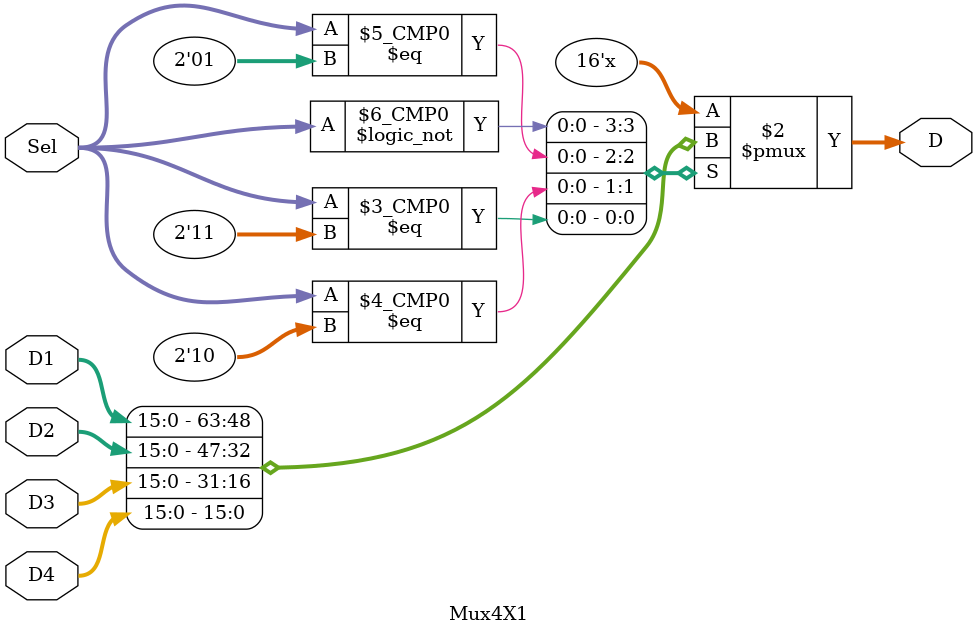
<source format=v>
`timescale 1ns / 1ps


module Mux4X1 (D1,D2,D3,D4,Sel,D);
input [15:0] D1,D2,D3,D4;
input [1:0]Sel;
output reg [15:0] D;
always @(*)begin
    case (Sel) 
        2'b00 : D <= D1;
        2'b01 : D <= D2;
        2'b10 : D <= D3;
        2'b11 : D <= D4;
    endcase
end
endmodule

</source>
